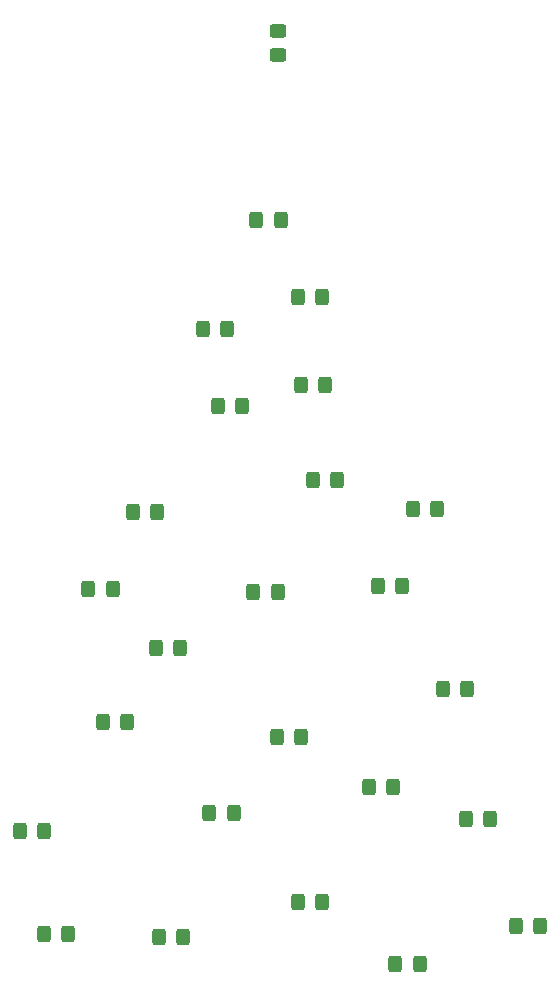
<source format=gbr>
G04 #@! TF.GenerationSoftware,KiCad,Pcbnew,8.0.7-8.0.7-0~ubuntu24.04.1*
G04 #@! TF.CreationDate,2025-01-03T20:46:54-06:00*
G04 #@! TF.ProjectId,christmas-tree,63687269-7374-46d6-9173-2d747265652e,rev?*
G04 #@! TF.SameCoordinates,Original*
G04 #@! TF.FileFunction,Paste,Bot*
G04 #@! TF.FilePolarity,Positive*
%FSLAX46Y46*%
G04 Gerber Fmt 4.6, Leading zero omitted, Abs format (unit mm)*
G04 Created by KiCad (PCBNEW 8.0.7-8.0.7-0~ubuntu24.04.1) date 2025-01-03 20:46:54*
%MOMM*%
%LPD*%
G01*
G04 APERTURE LIST*
G04 Aperture macros list*
%AMRoundRect*
0 Rectangle with rounded corners*
0 $1 Rounding radius*
0 $2 $3 $4 $5 $6 $7 $8 $9 X,Y pos of 4 corners*
0 Add a 4 corners polygon primitive as box body*
4,1,4,$2,$3,$4,$5,$6,$7,$8,$9,$2,$3,0*
0 Add four circle primitives for the rounded corners*
1,1,$1+$1,$2,$3*
1,1,$1+$1,$4,$5*
1,1,$1+$1,$6,$7*
1,1,$1+$1,$8,$9*
0 Add four rect primitives between the rounded corners*
20,1,$1+$1,$2,$3,$4,$5,0*
20,1,$1+$1,$4,$5,$6,$7,0*
20,1,$1+$1,$6,$7,$8,$9,0*
20,1,$1+$1,$8,$9,$2,$3,0*%
G04 Aperture macros list end*
%ADD10RoundRect,0.250000X0.325000X0.450000X-0.325000X0.450000X-0.325000X-0.450000X0.325000X-0.450000X0*%
%ADD11RoundRect,0.250000X0.450000X-0.325000X0.450000X0.325000X-0.450000X0.325000X-0.450000X-0.325000X0*%
G04 APERTURE END LIST*
D10*
G04 #@! TO.C,D19*
X164496600Y-89787600D03*
X162446600Y-89787600D03*
G04 #@! TD*
G04 #@! TO.C,D21*
X163521600Y-81787600D03*
X161471600Y-81787600D03*
G04 #@! TD*
G04 #@! TO.C,D4*
X141721600Y-128287600D03*
X139671600Y-128287600D03*
G04 #@! TD*
G04 #@! TO.C,D9*
X169221600Y-115787600D03*
X167171600Y-115787600D03*
G04 #@! TD*
G04 #@! TO.C,D16*
X145496600Y-99037600D03*
X143446600Y-99037600D03*
G04 #@! TD*
G04 #@! TO.C,D11*
X146721600Y-110287600D03*
X144671600Y-110287600D03*
G04 #@! TD*
G04 #@! TO.C,D2*
X181721600Y-127537600D03*
X179671600Y-127537600D03*
G04 #@! TD*
G04 #@! TO.C,D6*
X139721600Y-119537600D03*
X137671600Y-119537600D03*
G04 #@! TD*
G04 #@! TO.C,D23*
X163221600Y-74287600D03*
X161171600Y-74287600D03*
G04 #@! TD*
G04 #@! TO.C,D3*
X151471600Y-128537600D03*
X149421600Y-128537600D03*
G04 #@! TD*
G04 #@! TO.C,D22*
X155221600Y-77037600D03*
X153171600Y-77037600D03*
G04 #@! TD*
G04 #@! TO.C,D7*
X155746600Y-118037600D03*
X153696600Y-118037600D03*
G04 #@! TD*
G04 #@! TO.C,D12*
X175496600Y-107537600D03*
X173446600Y-107537600D03*
G04 #@! TD*
G04 #@! TO.C,D17*
X149271600Y-92537600D03*
X147221600Y-92537600D03*
G04 #@! TD*
G04 #@! TO.C,D15*
X169996600Y-98787600D03*
X167946600Y-98787600D03*
G04 #@! TD*
G04 #@! TO.C,D20*
X156471600Y-83537600D03*
X154421600Y-83537600D03*
G04 #@! TD*
G04 #@! TO.C,D8*
X177471600Y-118537600D03*
X175421600Y-118537600D03*
G04 #@! TD*
G04 #@! TO.C,D13*
X151246600Y-104037600D03*
X149196600Y-104037600D03*
G04 #@! TD*
G04 #@! TO.C,D14*
X159471600Y-99287600D03*
X157421600Y-99287600D03*
G04 #@! TD*
G04 #@! TO.C,D1*
X171496600Y-130787600D03*
X169446600Y-130787600D03*
G04 #@! TD*
G04 #@! TO.C,D5*
X163246600Y-125537600D03*
X161196600Y-125537600D03*
G04 #@! TD*
G04 #@! TO.C,D24*
X159721600Y-67787600D03*
X157671600Y-67787600D03*
G04 #@! TD*
D11*
G04 #@! TO.C,D25*
X159471600Y-53812600D03*
X159471600Y-51762600D03*
G04 #@! TD*
D10*
G04 #@! TO.C,D18*
X172996600Y-92287600D03*
X170946600Y-92287600D03*
G04 #@! TD*
G04 #@! TO.C,D10*
X161471600Y-111537600D03*
X159421600Y-111537600D03*
G04 #@! TD*
M02*

</source>
